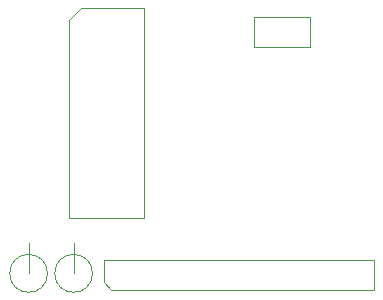
<source format=gbr>
G04 #@! TF.GenerationSoftware,KiCad,Pcbnew,7.0.2*
G04 #@! TF.CreationDate,2025-03-19T22:04:08+13:00*
G04 #@! TF.ProjectId,C128_Pi1541_Interface,43313238-5f50-4693-9135-34315f496e74,rev?*
G04 #@! TF.SameCoordinates,Original*
G04 #@! TF.FileFunction,AssemblyDrawing,Top*
%FSLAX46Y46*%
G04 Gerber Fmt 4.6, Leading zero omitted, Abs format (unit mm)*
G04 Created by KiCad (PCBNEW 7.0.2) date 2025-03-19 22:04:08*
%MOMM*%
%LPD*%
G01*
G04 APERTURE LIST*
%ADD10C,0.150000*%
%ADD11C,0.100000*%
G04 APERTURE END LIST*
D10*
G04 #@! TO.C,*
G04 #@! TO.C,U1*
G04 #@! TO.C,*
D11*
X110998000Y-88392000D02*
X110998000Y-85852000D01*
X112598000Y-88392000D02*
G75*
G03*
X112598000Y-88392000I-1600000J0D01*
G01*
G04 #@! TO.C,U1*
X114427000Y-66913000D02*
X115427000Y-65913000D01*
X114427000Y-83693000D02*
X114427000Y-66913000D01*
X115427000Y-65913000D02*
X120777000Y-65913000D01*
X120777000Y-65913000D02*
X120777000Y-83693000D01*
X120777000Y-83693000D02*
X114427000Y-83693000D01*
G04 #@! TO.C,*
X114808000Y-88392000D02*
X114808000Y-85852000D01*
X116408000Y-88392000D02*
G75*
G03*
X116408000Y-88392000I-1600000J0D01*
G01*
X130111000Y-66695000D02*
X130111000Y-69195000D01*
X130111000Y-69195000D02*
X134811000Y-69195000D01*
X134811000Y-66695000D02*
X130111000Y-66695000D01*
X134811000Y-69195000D02*
X134811000Y-66695000D01*
X117983000Y-89789000D02*
X117348000Y-89154000D01*
X140208000Y-89789000D02*
X117983000Y-89789000D01*
X117348000Y-89154000D02*
X117348000Y-87249000D01*
X117348000Y-87249000D02*
X140208000Y-87249000D01*
X140208000Y-87249000D02*
X140208000Y-89789000D01*
G04 #@! TD*
M02*

</source>
